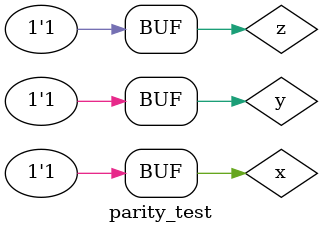
<source format=v>
`include "parity.v"
module parity_test;
    reg x,y,z;

    wire F;

    parity P(x,y,z,F);

initial begin 
    $dumpfile("parity_output.vcd");
    $dumpvars(0,parity_test);

    x = 0;

    y = 0;

    z = 0;  

    #100;

    x = 0;

    y = 0;

    z = 1;

    #100;

    x = 0;

    y = 1;

    z = 0;

    #100;

    x = 0;

    y = 1;

    z = 1;

    #100;

    x = 1;

    y = 0;

    z = 0;


    #100;

    x = 1;

    y = 0;

    z = 1;

    #100;

    x = 1;

    y = 1;

    z = 0;

    #100;

    x = 1;

    y = 1;

    z = 1;

    #100;

    end

    endmodule
</source>
